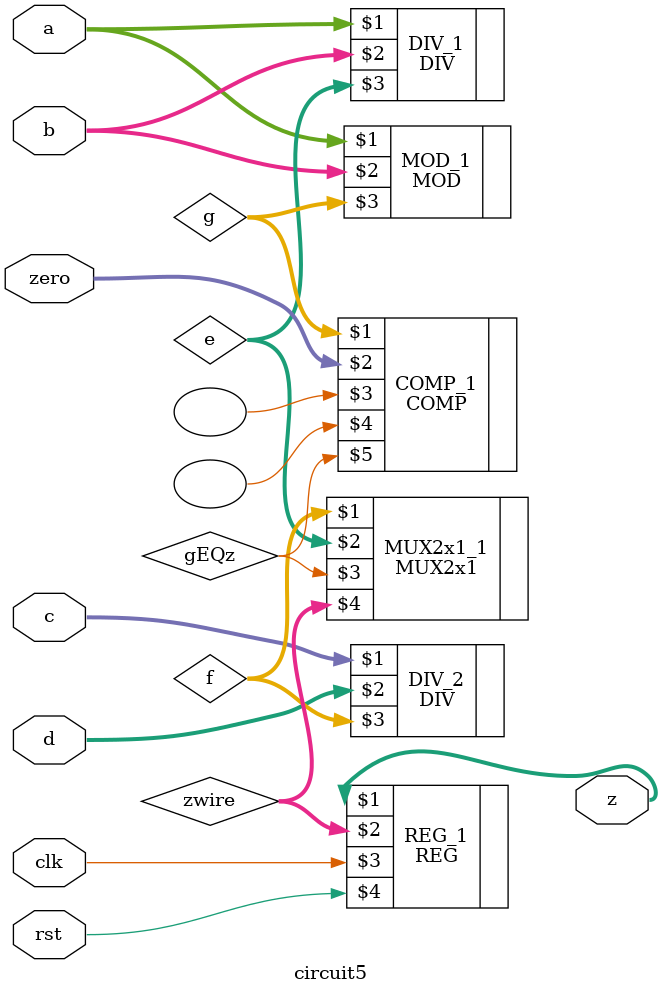
<source format=v>
`timescale 1ns / 1ns

module circuit5(a, b, c, d, zero, z, clk, rst);

        input  clk, rst;
        input  [63:0] a, b, c, d, zero;

        output [63:0] z;

        wire   [63:0] e, f, g, zwire;
        wire   gEQz;

        DIV    #(.DATAWIDTH(64)) DIV_1(a, b, e);              // e = a / b
        DIV    #(.DATAWIDTH(64)) DIV_2(c, d, f);              // f = c / d
        MOD    #(.DATAWIDTH(64)) MOD_1(a, b, g);              // g = a % b
        COMP   #(.DATAWIDTH(64)) COMP_1(g, zero, , ,gEQz);    // gEQz = g == zero
        MUX2x1 #(.DATAWIDTH(64)) MUX2x1_1(f, e, gEQz, zwire); // zwire = gEQz ? e : f
        REG    #(.DATAWIDTH(64)) REG_1(z, zwire, clk, rst);   // z = zwire

endmodule

</source>
